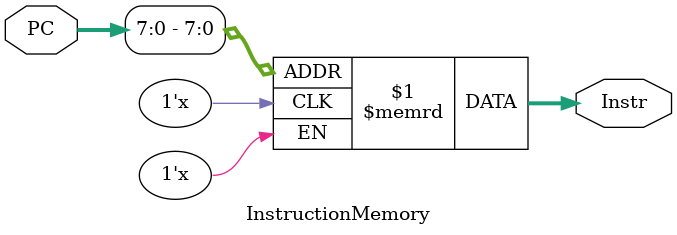
<source format=v>
`timescale 1ns / 1ps


module InstructionMemory(PC,Instr);
input [31:0] PC;
output [31:0] Instr;
reg [31:0] mem [0:7];
    
    
    assign Instr = mem[PC[7:0]];
endmodule

</source>
